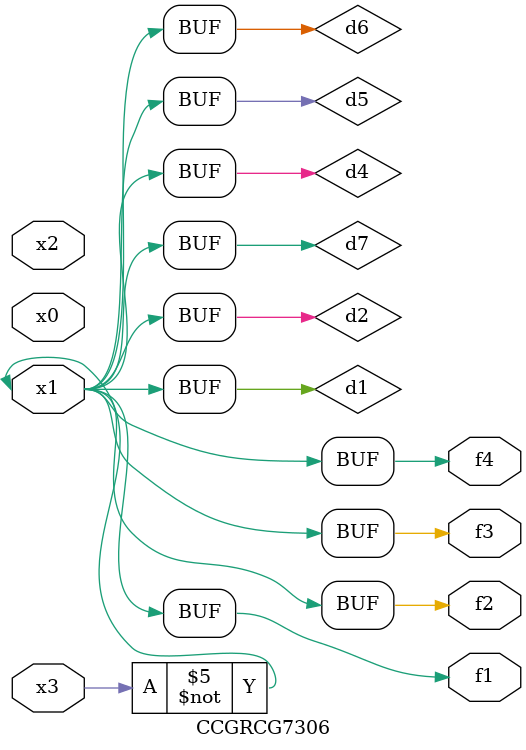
<source format=v>
module CCGRCG7306(
	input x0, x1, x2, x3,
	output f1, f2, f3, f4
);

	wire d1, d2, d3, d4, d5, d6, d7;

	not (d1, x3);
	buf (d2, x1);
	xnor (d3, d1, d2);
	nor (d4, d1);
	buf (d5, d1, d2);
	buf (d6, d4, d5);
	nand (d7, d4);
	assign f1 = d6;
	assign f2 = d7;
	assign f3 = d6;
	assign f4 = d6;
endmodule

</source>
